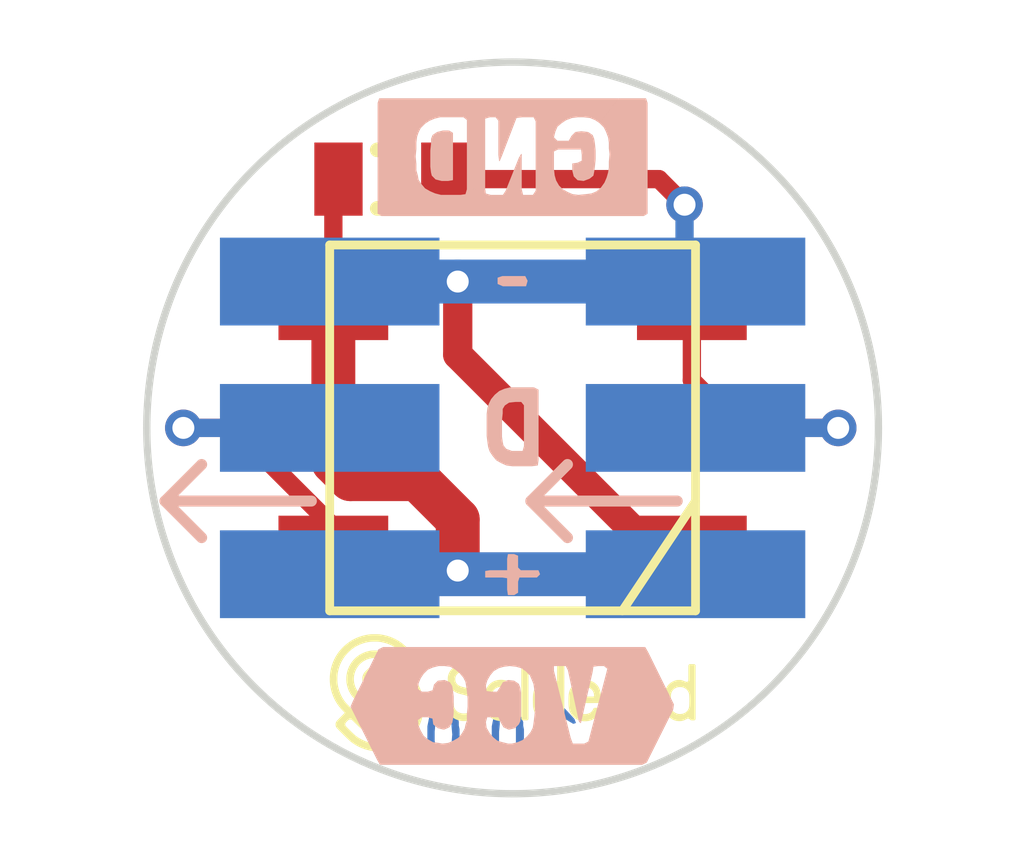
<source format=kicad_pcb>
(kicad_pcb (version 20210623) (generator pcbnew)
  (layers (0 "F.Cu" signal) (31 "B.Cu" signal) (34 "B.Paste" user) (35 "F.Paste" user) (36 "B.SilkS" user "B.Silkscreen") (37 "F.SilkS" user "F.Silkscreen") (38 "B.Mask" user) (39 "F.Mask" user) (44 "Edge.Cuts" user))
  (net 0 "")
  (net 1 "VCC")
  (net 2 "GND")
  (net 3 "Net-(LED1-Pad2)")
  (net 4 "Net-(LED1-Pad4)")
  (footprint "e-radionica.com footprinti:WS2812B LED" (layer "F.Cu") (at 118 114)
    (fp_text reference "LED1")
    (fp_text value "WS2812B")
    (pad "1" smd rect (at -2.45 -1.65) (size 1.5 0.9) (layers "F.Cu" "F.Paste" "F.Mask") (net 1 "VCC"))
    (pad "2" smd rect (at -2.45 1.65) (size 1.5 0.9) (layers "F.Cu" "F.Paste" "F.Mask") (net 3 "Net-(LED1-Pad2)"))
    (pad "3" smd rect (at 2.45 1.65) (size 1.5 0.9) (layers "F.Cu" "F.Paste" "F.Mask") (net 2 "GND"))
    (pad "4" smd rect (at 2.45 -1.65) (size 1.5 0.9) (layers "F.Cu" "F.Paste" "F.Mask") (net 4 "Net-(LED1-Pad4)"))
  )
  (footprint "e-radionica.com footprinti:0603C" (layer "F.Cu") (at 116.35 110.6)
    (fp_text reference "C1")
    (fp_text value "100n")
    (pad "1" smd rect locked (at -0.73 0) (size 0.66 1) (layers "F.Cu" "F.Paste" "F.Mask") (net 1 "VCC"))
    (pad "2" smd rect locked (at 0.73 0) (size 0.66 1) (layers "F.Cu" "F.Paste" "F.Mask") (net 2 "GND"))
  )
  (footprint "Soldered Graphics:Logo-Front-SolderedFULL-5mm" (layer "F.Cu") (at 118 117.62)
    (fp_text reference "G***" hide)
    (fp_text value "LOGO" hide)
  )
  (footprint "e-radionica.com footprinti:PAD_2x1.5" (layer "B.Cu") (at 121 116 180)
    (fp_text reference "PAD6")
    (fp_text value "PAD_2x1.5")
    (pad "1" smd rect (at 0.5 0 180) (size 3 1.2) (layers "B.Cu" "B.Paste" "B.Mask") (net 1 "VCC"))
  )
  (footprint "e-radionica.com footprinti:PAD_2x1.5" (layer "B.Cu") (at 121 112 180)
    (fp_text reference "PAD5")
    (fp_text value "PAD_2x1.5")
    (pad "1" smd rect (at 0.5 0 180) (size 3 1.2) (layers "B.Cu" "B.Paste" "B.Mask") (net 2 "GND"))
  )
  (footprint "e-radionica.com footprinti:PAD_2x1.5" (layer "B.Cu") (at 115 116 180)
    (fp_text reference "PAD3")
    (fp_text value "PAD_2x1.5")
    (pad "1" smd rect (at -0.5 0 180) (size 3 1.2) (layers "B.Cu" "B.Paste" "B.Mask") (net 1 "VCC"))
  )
  (footprint "e-radionica.com footprinti:PAD_2x1.5" (layer "B.Cu") (at 121 114 180)
    (fp_text reference "PAD2")
    (fp_text value "PAD_2x1.5")
    (pad "1" smd rect (at 0.5 0 180) (size 3 1.2) (layers "B.Cu" "B.Paste" "B.Mask") (net 4 "Net-(LED1-Pad4)"))
  )
  (footprint "e-radionica.com footprinti:PAD_2x1.5" (layer "B.Cu") (at 115.5 112 180)
    (fp_text reference "PAD1")
    (fp_text value "PAD_2x1.5")
    (pad "1" smd rect (at 0 0 180) (size 3 1.2) (layers "B.Cu" "B.Paste" "B.Mask") (net 2 "GND"))
  )
  (footprint "Soldered Graphics:Version1.0.0." (layer "B.Cu") (at 118 118.2 180)
    (fp_text reference "Ref**" hide)
    (fp_text value "Val**" hide)
    (fp_poly (pts (xy 0.06 -0.35) (xy 0.11 -0.35) (xy 0.17 -0.33) (xy 0.13 -0.28) (xy 0.03 -0.28) (xy -0.01 -0.25) (xy -0.03 -0.2) (xy -0.05 -0.15) (xy -0.05 -0.11) (xy -0.05 0.01) (xy -0.05 0.13) (xy -0.05 0.17) (xy -0.03 0.22) (xy -0.01 0.27) (xy 0.02 0.3) (xy 0.13 0.3) (xy 0.16 0.26) (xy 0.18 0.21) (xy 0.18 0.15) (xy 0.19 0.05) (xy 0.19 -0.08) (xy 0.19 -0.12) (xy 0.18 -0.17) (xy 0.16 -0.22) (xy 0.14 -0.27) (xy 0.14 -0.28) (xy 0.17 -0.32) (xy 0.21 -0.29) (xy 0.24 -0.26) (xy 0.26 -0.22) (xy 0.27 -0.16) (xy 0.28 -0.11) (xy 0.28 -0.06) (xy 0.28 0.06) (xy 0.28 0.12) (xy 0.27 0.17) (xy 0.26 0.22) (xy 0.25 0.27) (xy 0.22 0.3) (xy 0.19 0.34) (xy 0.13 0.37) (xy 0.08 0.38) (xy 0.02 0.38) (xy -0.03 0.35) (xy -0.08 0.31) (xy -0.1 0.28) (xy -0.12 0.23) (xy -0.14 0.18) (xy -0.14 0.13) (xy -0.15 0.08) (xy -0.15 -0.04) (xy -0.14 -0.1) (xy -0.14 -0.14) (xy -0.13 -0.2) (xy -0.11 -0.25) (xy -0.08 -0.28) (xy -0.05 -0.32) (xy 0.01 -0.35) (xy 0.06 -0.35)) (layer "B.Cu") (width 0.01) (fill solid))
    (fp_poly (pts (xy -0.44 -0.38) (xy -0.39 -0.38) (xy -0.34 -0.37) (xy -0.34 -0.33) (xy -0.34 -0.27) (xy -0.38 -0.26) (xy -0.43 -0.26) (xy -0.46 -0.29) (xy -0.46 -0.34) (xy -0.44 -0.38)) (layer "B.Cu") (width 0.01) (fill solid))
    (fp_poly (pts (xy 0.43 -0.38) (xy 0.48 -0.38) (xy 0.54 -0.37) (xy 0.54 -0.33) (xy 0.54 -0.27) (xy 0.5 -0.26) (xy 0.45 -0.26) (xy 0.42 -0.29) (xy 0.42 -0.34) (xy 0.43 -0.38)) (layer "B.Cu") (width 0.01) (fill solid))
    (fp_poly (pts (xy 0.93 -0.35) (xy 0.99 -0.35) (xy 1.04 -0.33) (xy 1.01 -0.28) (xy 0.91 -0.28) (xy 0.87 -0.25) (xy 0.85 -0.2) (xy 0.83 -0.15) (xy 0.83 -0.11) (xy 0.82 0.01) (xy 0.83 0.13) (xy 0.83 0.17) (xy 0.84 0.22) (xy 0.87 0.27) (xy 0.9 0.3) (xy 1.01 0.3) (xy 1.04 0.26) (xy 1.05 0.21) (xy 1.06 0.15) (xy 1.07 0.05) (xy 1.07 -0.08) (xy 1.06 -0.12) (xy 1.06 -0.17) (xy 1.04 -0.22) (xy 1.02 -0.27) (xy 1.01 -0.28) (xy 1.05 -0.32) (xy 1.09 -0.29) (xy 1.12 -0.26) (xy 1.14 -0.22) (xy 1.15 -0.16) (xy 1.16 -0.11) (xy 1.16 -0.06) (xy 1.16 0.06) (xy 1.16 0.12) (xy 1.15 0.17) (xy 1.14 0.22) (xy 1.13 0.27) (xy 1.1 0.3) (xy 1.06 0.34) (xy 1.01 0.37) (xy 0.95 0.38) (xy 0.9 0.38) (xy 0.84 0.35) (xy 0.8 0.31) (xy 0.78 0.28) (xy 0.75 0.23) (xy 0.74 0.18) (xy 0.74 0.13) (xy 0.73 0.08) (xy 0.73 -0.04) (xy 0.73 -0.1) (xy 0.74 -0.14) (xy 0.75 -0.2) (xy 0.77 -0.25) (xy 0.79 -0.28) (xy 0.83 -0.32) (xy 0.89 -0.35) (xy 0.93 -0.35)) (layer "B.Cu") (width 0.01) (fill solid))
    (fp_poly (pts (xy 1.31 -0.38) (xy 1.36 -0.38) (xy 1.41 -0.37) (xy 1.42 -0.33) (xy 1.42 -0.27) (xy 1.38 -0.26) (xy 1.33 -0.26) (xy 1.3 -0.29) (xy 1.3 -0.34) (xy 1.31 -0.38)) (layer "B.Cu") (width 0.01) (fill solid))
    (fp_poly (pts (xy -0.67 -0.35) (xy -0.62 -0.35) (xy -0.6 -0.31) (xy -0.6 0.35) (xy -0.64 0.38) (xy -0.69 0.38) (xy -0.73 0.34) (xy -0.84 0.22) (xy -0.86 0.17) (xy -0.83 0.16) (xy -0.73 0.22) (xy -0.69 0.23) (xy -0.69 -0.31) (xy -0.67 -0.35)) (layer "B.Cu") (width 0.01) (fill solid))
    (fp_poly (pts (xy -1.33 -0.35) (xy -1.27 -0.35) (xy -1.25 -0.31) (xy -1.09 0.1) (xy -1.11 0.13) (xy -1.16 0.13) (xy -1.19 0.1) (xy -1.28 -0.16) (xy -1.3 -0.21) (xy -1.32 -0.17) (xy -1.41 0.09) (xy -1.44 0.13) (xy -1.49 0.13) (xy -1.51 0.1) (xy -1.36 -0.31) (xy -1.33 -0.35)) (layer "B.Cu") (width 0.01) (fill solid))
  )
  (footprint "buzzardLabel" (layer "B.Cu") (at 118 112 180)
    (fp_text reference "" (at 0 0) (layer "B.SilkS") (effects (font (size 1.27 1.27)) (justify mirror)))
    (fp_text value "" (at 0 0) (layer "B.SilkS") (effects (font (size 1.27 1.27)) (justify mirror)))
  )
  (footprint "buzzardLabel" (layer "B.Cu") (at 118 116 180)
    (fp_text reference "" (at 0 0) (layer "B.SilkS") (effects (font (size 1.27 1.27)) (justify mirror)))
    (fp_text value "" (at 0 0) (layer "B.SilkS") (effects (font (size 1.27 1.27)) (justify mirror)))
  )
  (footprint "buzzardLabel" (layer "B.Cu") (at 118 114 180)
    (fp_text reference "" (at 0 0) (layer "B.SilkS") (effects (font (size 1.27 1.27)) (justify mirror)))
    (fp_text value "" (at 0 0) (layer "B.SilkS") (effects (font (size 1.27 1.27)) (justify mirror)))
  )
  (footprint "buzzardLabel" (layer "B.Cu") (at 118 110.3 180)
    (fp_text reference "" (at 0 0) (layer "B.SilkS") (effects (font (size 1.27 1.27)) (justify mirror)))
    (fp_text value "" (at 0 0) (layer "B.SilkS") (effects (font (size 1.27 1.27)) (justify mirror)))
  )
  (footprint "e-radionica.com footprinti:PAD_2x1.5" (layer "B.Cu") (at 115 114 -90)
    (fp_text reference "PAD4")
    (fp_text value "PAD_2x1.5")
    (pad "1" smd rect (at 0 -0.5 180) (size 3 1.2) (layers "B.Cu" "B.Paste" "B.Mask") (net 3 "Net-(LED1-Pad2)"))
  )
  (footprint "buzzardLabel" (layer "B.Cu") (at 118 117.8 180)
    (fp_text reference "" (at 0 0) (layer "B.SilkS") (effects (font (size 1.27 1.27)) (justify mirror)))
    (fp_text value "" (at 0 0) (layer "B.SilkS") (effects (font (size 1.27 1.27)) (justify mirror)))
  )
  (gr_line (start 115.25 115) (end 113.25 115) (layer "B.SilkS") (width 0.15))
  (gr_line (start 113.75 114.5) (end 113.25 115) (layer "B.SilkS") (width 0.15))
  (gr_line (start 113.25 115) (end 113.75 115.5) (layer "B.SilkS") (width 0.15))
  (gr_line (start 118.75 114.5) (end 118.25 115) (layer "B.SilkS") (width 0.15))
  (gr_line (start 118.25 115) (end 118.75 115.5) (layer "B.SilkS") (width 0.15))
  (gr_line (start 120.25 115) (end 118.25 115) (layer "B.SilkS") (width 0.15))
  (gr_circle (center 118 114) (end 118 109) (layer "Edge.Cuts") (width 0.1) (fill none))
  (segment (start 117.25 115.25088) (end 116.699609 114.700489) (width 0.6) (layer "F.Cu") (net 1))
  (segment (start 115.55 110.67) (end 115.62 110.6) (width 0.25) (layer "F.Cu") (net 1))
  (segment (start 115.55 114.466796) (end 115.55 112.35) (width 0.6) (layer "F.Cu") (net 1))
  (segment (start 115.783693 114.700489) (end 115.55 114.466796) (width 0.6) (layer "F.Cu") (net 1))
  (segment (start 115.55 112.35) (end 115.55 110.67) (width 0.25) (layer "F.Cu") (net 1))
  (segment (start 116.699609 114.700489) (end 115.783693 114.700489) (width 0.6) (layer "F.Cu") (net 1))
  (segment (start 117.25 115.95) (end 117.25 115.25088) (width 0.6) (layer "F.Cu") (net 1))
  (via (at 117.25 115.95) (size 0.5) (drill 0.3) (layers "F.Cu" "B.Cu") (net 1))
  (segment (start 115.5 116) (end 120.5 116) (width 0.6) (layer "B.Cu") (net 1))
  (segment (start 117.25 113) (end 119.9 115.65) (width 0.4) (layer "F.Cu") (net 2))
  (segment (start 117.25 112) (end 117.25 113) (width 0.4) (layer "F.Cu") (net 2))
  (segment (start 117.08 110.6) (end 120 110.6) (width 0.25) (layer "F.Cu") (net 2))
  (segment (start 120 110.6) (end 120.35 110.95) (width 0.25) (layer "F.Cu") (net 2))
  (segment (start 119.9 115.65) (end 120.45 115.65) (width 0.4) (layer "F.Cu") (net 2))
  (via (at 117.25 112) (size 0.5) (drill 0.3) (layers "F.Cu" "B.Cu") (net 2))
  (via (at 120.35 110.95) (size 0.5) (drill 0.3) (layers "F.Cu" "B.Cu") (net 2))
  (segment (start 115.5 112) (end 117.25 112) (width 0.6) (layer "B.Cu") (net 2))
  (segment (start 120.35 111.85) (end 120.5 112) (width 0.25) (layer "B.Cu") (net 2))
  (segment (start 120.35 110.95) (end 120.35 111.85) (width 0.25) (layer "B.Cu") (net 2))
  (segment (start 117.25 112) (end 120.5 112) (width 0.6) (layer "B.Cu") (net 2))
  (segment (start 114.2 114) (end 115.55 115.35) (width 0.25) (layer "F.Cu") (net 3))
  (segment (start 115.55 115.35) (end 115.55 115.65) (width 0.25) (layer "F.Cu") (net 3))
  (segment (start 113.5 114) (end 114.2 114) (width 0.25) (layer "F.Cu") (net 3))
  (via (at 113.5 114) (size 0.5) (drill 0.3) (layers "F.Cu" "B.Cu") (net 3))
  (segment (start 113.5 114) (end 115.5 114) (width 0.25) (layer "B.Cu") (net 3))
  (segment (start 120.45 113.35) (end 121.1 114) (width 0.25) (layer "F.Cu") (net 4))
  (segment (start 120.45 112.35) (end 120.45 113.35) (width 0.25) (layer "F.Cu") (net 4))
  (segment (start 121.1 114) (end 122.45 114) (width 0.25) (layer "F.Cu") (net 4))
  (via (at 122.45 114) (size 0.5) (drill 0.3) (layers "F.Cu" "B.Cu") (net 4))
  (segment (start 120.5 114) (end 122.45 114) (width 0.25) (layer "B.Cu") (net 4))
)
</source>
